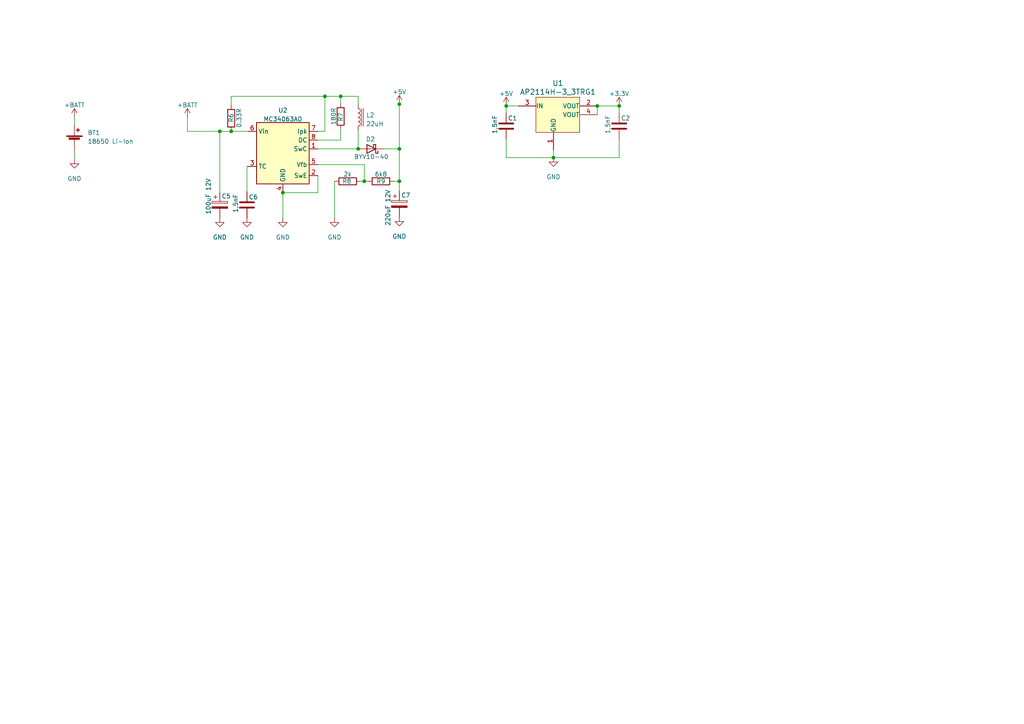
<source format=kicad_sch>
(kicad_sch (version 20230121) (generator eeschema)
  (paper "A4")
  (lib_symbols
    (symbol "BATTERY-18650_1" (pin_numbers hide) (pin_names (offset 1.016) hide)
      (property "Reference" "BT" (at 0 4.318 0))
      (property "Value" "BATTERY-18650" (at 0 -6.35 0))
      (property "Field4" "BATT-12327" (at 0 7.62 0))
      (symbol "BATTERY-18650_1_1_0"
        (polyline (pts (xy -2.54 0) (xy -1.524 0)))
        (polyline (pts (xy -1.27 3.81) (xy -1.27 -3.81)))
        (polyline (pts (xy 0 1.27) (xy 0 -1.27)))
        (polyline (pts (xy 1.27 3.81) (xy 1.27 -3.81)))
        (polyline (pts (xy 2.54 1.27) (xy 2.54 -1.27)))
      )
      (symbol "BATTERY-18650_1_1_1"
        (pin power_in line (at 5.08 0 180) (length 2.54) (name "-") (number "GND@"))
        (pin power_in line (at -5.08 0 0) (length 2.54) (name "+") (number "PWR@"))
      )
    )
    (symbol "DIODE-SHOTTKY_MBRA140_1" (pin_numbers hide) (pin_names (offset 1.27) hide)
      (property "Reference" "D" (at 2.54 0.4826 0))
      (property "Value" "DIODE-SHOTTKY_MBRA140" (at 2.54 -2.3114 0))
      (property "Field4" "DIO-08053" (at 0 3.81 0))
      (symbol "DIODE-SHOTTKY_MBRA140_1_1_0"
        (polyline (pts (xy -2.54 0) (xy -1.27 0)) (stroke (width 0.254)))
        (polyline (pts (xy -1.27 -1.27) (xy 1.27 0)) (stroke (width 0.254)))
        (polyline (pts (xy -1.27 0) (xy -1.27 -1.27)) (stroke (width 0.254)))
        (polyline (pts (xy -1.27 1.27) (xy -1.27 0)) (stroke (width 0.254)))
        (polyline (pts (xy 1.27 -1.27) (xy 0.762 -1.524)) (stroke (width 0.254)))
        (polyline (pts (xy 1.27 0) (xy -1.27 1.27)) (stroke (width 0.254)))
        (polyline (pts (xy 1.27 0) (xy 1.27 -1.27)) (stroke (width 0.254)))
        (polyline (pts (xy 1.27 1.27) (xy 1.27 0)) (stroke (width 0.254)))
        (polyline (pts (xy 1.27 1.27) (xy 1.778 1.524)) (stroke (width 0.254)))
        (polyline (pts (xy 2.54 0) (xy 1.27 0)) (stroke (width 0.254)))
      )
      (symbol "DIODE-SHOTTKY_MBRA140_1_1_1"
        (pin passive line (at -5.08 0 0) (length 2.54) (name "A") (number "A"))
        (pin passive line (at 5.08 0 180) (length 2.54) (name "C") (number "C"))
      )
    )
    (symbol "DIODE-SHOTTKY_MBRA140_2" (pin_numbers hide) (pin_names (offset 1.27) hide)
      (property "Reference" "D" (at 2.54 0.4826 0))
      (property "Value" "DIODE-SHOTTKY_MBRA140" (at 2.54 -2.3114 0))
      (property "Field4" "DIO-08053" (at 0 3.81 0))
      (symbol "DIODE-SHOTTKY_MBRA140_2_1_0"
        (polyline (pts (xy -2.54 0) (xy -1.27 0)) (stroke (width 0.254)))
        (polyline (pts (xy -1.27 -1.27) (xy 1.27 0)) (stroke (width 0.254)))
        (polyline (pts (xy -1.27 0) (xy -1.27 -1.27)) (stroke (width 0.254)))
        (polyline (pts (xy -1.27 1.27) (xy -1.27 0)) (stroke (width 0.254)))
        (polyline (pts (xy 1.27 -1.27) (xy 0.762 -1.524)) (stroke (width 0.254)))
        (polyline (pts (xy 1.27 0) (xy -1.27 1.27)) (stroke (width 0.254)))
        (polyline (pts (xy 1.27 0) (xy 1.27 -1.27)) (stroke (width 0.254)))
        (polyline (pts (xy 1.27 1.27) (xy 1.27 0)) (stroke (width 0.254)))
        (polyline (pts (xy 1.27 1.27) (xy 1.778 1.524)) (stroke (width 0.254)))
        (polyline (pts (xy 2.54 0) (xy 1.27 0)) (stroke (width 0.254)))
      )
      (symbol "DIODE-SHOTTKY_MBRA140_2_1_1"
        (pin passive line (at -5.08 0 0) (length 2.54) (name "A") (number "A"))
        (pin passive line (at 5.08 0 180) (length 2.54) (name "C") (number "C"))
      )
    )
    (symbol "Device:Battery_Cell" (pin_numbers hide) (pin_names (offset 0) hide)
      (property "Reference" "BT" (at 2.54 2.54 0))
      (property "Value" "Battery_Cell" (at 2.54 0 0))
      (symbol "Battery_Cell_0_1"
        (rectangle (start -2.286 1.778) (end 2.286 1.524) (fill (type outline)))
        (rectangle (start -1.5748 1.1938) (end 1.4732 0.6858) (fill (type outline)))
        (polyline (pts (xy 0 0.762) (xy 0 0)))
        (polyline (pts (xy 0 1.778) (xy 0 2.54)))
        (polyline (pts (xy 0.508 3.429) (xy 1.524 3.429)) (stroke (width 0.254)))
        (polyline (pts (xy 1.016 3.937) (xy 1.016 2.921)) (stroke (width 0.254)))
      )
      (symbol "Battery_Cell_1_1"
        (pin passive line (at 0 5.08 270) (length 2.54) (name "+") (number "1"))
        (pin passive line (at 0 -2.54 90) (length 2.54) (name "-") (number "2"))
      )
    )
    (symbol "Device:C" (pin_numbers hide) (pin_names (offset 0.254))
      (property "Reference" "C" (at 0.635 2.54 0))
      (property "Value" "C" (at 0.635 -2.54 0))
      (symbol "C_0_1"
        (polyline (pts (xy -2.032 -0.762) (xy 2.032 -0.762)) (stroke (width 0.508)))
        (polyline (pts (xy -2.032 0.762) (xy 2.032 0.762)) (stroke (width 0.508)))
      )
      (symbol "C_1_1"
        (pin passive line (at 0 3.81 270) (length 2.794) (name "~") (number "1"))
        (pin passive line (at 0 -3.81 90) (length 2.794) (name "~") (number "2"))
      )
    )
    (symbol "Device:C_Polarized" (pin_numbers hide) (pin_names (offset 0.254))
      (property "Reference" "C" (at 0.635 2.54 0))
      (property "Value" "C_Polarized" (at 0.635 -2.54 0))
      (symbol "C_Polarized_0_1"
        (rectangle (start -2.286 0.508) (end 2.286 1.016))
        (polyline (pts (xy -1.778 2.286) (xy -0.762 2.286)))
        (polyline (pts (xy -1.27 2.794) (xy -1.27 1.778)))
        (rectangle (start 2.286 -0.508) (end -2.286 -1.016) (fill (type outline)))
      )
      (symbol "C_Polarized_1_1"
        (pin passive line (at 0 3.81 270) (length 2.794) (name "~") (number "1"))
        (pin passive line (at 0 -3.81 90) (length 2.794) (name "~") (number "2"))
      )
    )
    (symbol "Device:L_Iron" (pin_numbers hide) (pin_names (offset 1.016) hide)
      (property "Reference" "L" (at -1.27 0 90))
      (property "Value" "L_Iron" (at 2.794 0 90))
      (symbol "L_Iron_0_1"
        (arc (start 0 -2.54) (mid 0.6323 -1.905) (end 0 -1.27))
        (arc (start 0 -1.27) (mid 0.6323 -0.635) (end 0 0))
        (polyline (pts (xy 1.016 2.54) (xy 1.016 -2.54)))
        (polyline (pts (xy 1.524 -2.54) (xy 1.524 2.54)))
        (arc (start 0 0) (mid 0.6323 0.635) (end 0 1.27))
        (arc (start 0 1.27) (mid 0.6323 1.905) (end 0 2.54))
      )
      (symbol "L_Iron_1_1"
        (pin passive line (at 0 3.81 270) (length 1.27) (name "1") (number "1"))
        (pin passive line (at 0 -3.81 90) (length 1.27) (name "2") (number "2"))
      )
    )
    (symbol "Device:R" (pin_numbers hide) (pin_names (offset 0))
      (property "Reference" "R" (at 2.032 0 90))
      (property "Value" "R" (at 0 0 90))
      (symbol "R_0_1"
        (rectangle (start -1.016 -2.54) (end 1.016 2.54) (stroke (width 0.254)))
      )
      (symbol "R_1_1"
        (pin passive line (at 0 3.81 270) (length 1.27) (name "~") (number "1"))
        (pin passive line (at 0 -3.81 90) (length 1.27) (name "~") (number "2"))
      )
    )
    (symbol "Diode:C3D1P7060Q" (pin_numbers hide) (pin_names (offset 1.016) hide)
      (property "Reference" "D" (at 0 2.54 0))
      (property "Value" "C3D1P7060Q" (at 0 -2.54 0))
      (symbol "C3D1P7060Q_0_1"
        (polyline (pts (xy 1.27 0) (xy -1.27 0)))
        (polyline (pts (xy 1.27 1.27) (xy 1.27 -1.27) (xy -1.27 0) (xy 1.27 1.27)) (stroke (width 0.254)))
        (polyline (pts (xy -1.905 0.635) (xy -1.905 1.27) (xy -1.27 1.27) (xy -1.27 -1.27) (xy -0.635 -1.27) (xy -0.635 -0.635)) (stroke (width 0.254)))
      )
      (symbol "C3D1P7060Q_1_1"
        (pin passive line (at -3.81 0 0) (length 2.54) (name "K") (number "1"))
        (pin passive line (at 3.81 0 180) (length 2.54) (name "A") (number "2"))
      )
    )
    (symbol "Regulator_Switching:MC34063AD"
      (property "Reference" "U1" (at 0 11.684 0))
      (property "Value" "MC34063AD" (at 0 9.144 0))
      (symbol "MC34063AD_0_1"
        (rectangle (start -7.62 7.62) (end 7.62 -10.16) (stroke (width 0.254)) (fill (type background)))
      )
      (symbol "MC34063AD_1_1"
        (pin open_collector line (at 10.16 0 180) (length 2.54) (name "SwC") (number "1"))
        (pin open_emitter line (at 10.16 -7.747 180) (length 2.54) (name "SwE") (number "2"))
        (pin passive line (at -10.16 -5.08 0) (length 2.54) (name "TC") (number "3"))
        (pin power_in line (at 0 -12.7 90) (length 2.54) (name "GND") (number "4"))
        (pin input line (at 10.16 -4.572 180) (length 2.54) (name "Vfb") (number "5"))
        (pin power_in line (at -10.16 5.08 0) (length 2.54) (name "Vin") (number "6"))
        (pin input line (at 10.16 5.08 180) (length 2.54) (name "Ipk") (number "7"))
        (pin open_collector line (at 10.16 2.54 180) (length 2.54) (name "DC") (number "8"))
      )
    )
    (symbol "SparkFun-Batteries:BATTERY-18650" (pin_numbers hide) (pin_names (offset 1.016) hide)
      (property "Reference" "BT" (at 0 4.318 0))
      (property "Value" "BATTERY-18650" (at 0 -6.35 0))
      (property "Field4" "BATT-12327" (at 0 7.62 0))
      (symbol "BATTERY-18650_1_0"
        (polyline (pts (xy -2.54 0) (xy -1.524 0)))
        (polyline (pts (xy -1.27 3.81) (xy -1.27 -3.81)))
        (polyline (pts (xy 0 1.27) (xy 0 -1.27)))
        (polyline (pts (xy 1.27 3.81) (xy 1.27 -3.81)))
        (polyline (pts (xy 2.54 1.27) (xy 2.54 -1.27)))
      )
      (symbol "BATTERY-18650_1_1"
        (pin power_in line (at 5.08 0 180) (length 2.54) (name "-") (number "GND@"))
        (pin power_in line (at -5.08 0 0) (length 2.54) (name "+") (number "PWR@"))
      )
    )
    (symbol "SparkFun-DiscreteSemi:DIODE-SHOTTKY_MBRA140" (pin_numbers hide) (pin_names (offset 1.27) hide)
      (property "Reference" "D" (at 2.54 0.4826 0))
      (property "Value" "DIODE-SHOTTKY_MBRA140" (at 2.54 -2.3114 0))
      (property "Field4" "DIO-08053" (at 0 3.81 0))
      (symbol "DIODE-SHOTTKY_MBRA140_1_0"
        (polyline (pts (xy -2.54 0) (xy -1.27 0)) (stroke (width 0.254)))
        (polyline (pts (xy -1.27 -1.27) (xy 1.27 0)) (stroke (width 0.254)))
        (polyline (pts (xy -1.27 0) (xy -1.27 -1.27)) (stroke (width 0.254)))
        (polyline (pts (xy -1.27 1.27) (xy -1.27 0)) (stroke (width 0.254)))
        (polyline (pts (xy 1.27 -1.27) (xy 0.762 -1.524)) (stroke (width 0.254)))
        (polyline (pts (xy 1.27 0) (xy -1.27 1.27)) (stroke (width 0.254)))
        (polyline (pts (xy 1.27 0) (xy 1.27 -1.27)) (stroke (width 0.254)))
        (polyline (pts (xy 1.27 1.27) (xy 1.27 0)) (stroke (width 0.254)))
        (polyline (pts (xy 1.27 1.27) (xy 1.778 1.524)) (stroke (width 0.254)))
        (polyline (pts (xy 2.54 0) (xy 1.27 0)) (stroke (width 0.254)))
      )
      (symbol "DIODE-SHOTTKY_MBRA140_1_1"
        (pin passive line (at -5.08 0 0) (length 2.54) (name "A") (number "A"))
        (pin passive line (at 5.08 0 180) (length 2.54) (name "C") (number "C"))
      )
    )
    (symbol "SparkFun-IC-Power:MC34063SMD" (pin_names (offset 1.016) hide)
      (property "Reference" "U" (at -7.62 8.89 0))
      (property "Value" "MC34063SMD" (at -7.62 -7.62 0))
      (property "Field4" "XXX-00000" (at 0 11.43 0))
      (symbol "MC34063SMD_1_1"
        (polyline (pts (xy -7.62 -5.08) (xy 7.62 -5.08) (xy 7.62 7.62) (xy -7.62 7.62) (xy -7.62 -5.08)) (fill (type background)))
        (pin bidirectional line (at -10.16 5.08 0) (length 2.54) (name "SWC") (number "1"))
        (pin bidirectional line (at -10.16 2.54 0) (length 2.54) (name "SWE") (number "2"))
        (pin bidirectional line (at -10.16 0 0) (length 2.54) (name "TC") (number "3"))
        (pin bidirectional line (at -10.16 -2.54 0) (length 2.54) (name "GND") (number "4"))
        (pin bidirectional line (at 10.16 -2.54 180) (length 2.54) (name "COMP") (number "5"))
        (pin bidirectional line (at 10.16 0 180) (length 2.54) (name "VCC") (number "6"))
        (pin bidirectional line (at 10.16 2.54 180) (length 2.54) (name "SEN") (number "7"))
        (pin bidirectional line (at 10.16 5.08 180) (length 2.54) (name "DVR") (number "8"))
      )
    )
    (symbol "SparkFun-IC-Power:V_REG_317SMD" (pin_numbers hide) (pin_names (offset 1.016) hide)
      (property "Reference" "U" (at -5.08 3.81 0))
      (property "Value" "V_REG_317SMD" (at 1.27 -7.62 0))
      (property "Field4" "XXX-00000" (at 0 7.62 0))
      (symbol "V_REG_317SMD_1_0"
        (text "ADJ" (at -0.2794 -3.7084 0) (effects (font (size 1.2192 1.2192))))
        (text "IN" (at -3.2766 -0.0254 0) (effects (font (size 1.2192 1.2192))))
        (text "OUT" (at 2.3876 -0.0254 0) (effects (font (size 1.2192 1.2192))))
      )
      (symbol "V_REG_317SMD_1_1"
        (polyline (pts (xy -5.08 -5.08) (xy 5.08 -5.08) (xy 5.08 2.54) (xy -5.08 2.54) (xy -5.08 -5.08)) (fill (type background)))
        (pin input line (at 0 -7.62 90) (length 2.54) (name "ADJ") (number "1"))
        (pin output line (at 7.62 0 180) (length 2.54) (name "OUT") (number "2"))
        (pin input line (at -7.62 0 0) (length 2.54) (name "IN") (number "3"))
      )
    )
    (symbol "SparkFun-PowerSymbols:3.3V" (power) (pin_numbers hide) (pin_names (offset 1.016) hide)
      (property "Value" "3.3V" (at -1.27 3.81 0))
      (property "Footprint" "XXX-00000" (at 0 7.62 0))
      (symbol "3.3V_1_0"
        (polyline (pts (xy 0 0) (xy 0 2.54)))
        (polyline (pts (xy 0 2.54) (xy -0.762 1.27)))
        (polyline (pts (xy 0.762 1.27) (xy 0 2.54)))
      )
      (symbol "3.3V_1_1"
        (pin power_in line (at 0 0 90) (length 0) hide (name "3.3V") (number "~"))
      )
    )
    (symbol "SparkFun-PowerSymbols:GND" (power) (pin_numbers hide) (pin_names (offset 1.016) hide)
      (property "Value" "GND" (at -1.778 -5.08 0))
      (symbol "GND_1_0"
        (polyline (pts (xy -1.905 -2.54) (xy 1.905 -2.54)))
        (polyline (pts (xy 0 0) (xy 0 -2.54)))
      )
      (symbol "GND_1_1"
        (pin power_in line (at 0 0 270) (length 0) hide (name "GND") (number "~"))
      )
    )
    (symbol "SparkFun-PowerSymbols:VCC" (power) (pin_numbers hide) (pin_names (offset 1.016) hide)
      (property "Value" "VCC" (at -1.27 3.81 0))
      (property "Footprint" "XXX-00000" (at 0 7.62 0))
      (symbol "VCC_1_0"
        (polyline (pts (xy 0 0) (xy 0 2.54)))
        (polyline (pts (xy 0 2.54) (xy -0.762 1.27)))
        (polyline (pts (xy 0.762 1.27) (xy 0 2.54)))
      )
      (symbol "VCC_1_1"
        (pin power_in line (at 0 0 90) (length 0) hide (name "VCC") (number "~"))
      )
    )
    (symbol "SparkFun-PowerSymbols:V_BATT" (power) (pin_numbers hide) (pin_names (offset 1.016) hide)
      (property "Value" "V_BATT" (at -2.54 3.81 0))
      (property "Footprint" "XXX-00000" (at 0 7.62 0))
      (symbol "V_BATT_1_0"
        (polyline (pts (xy 0 0) (xy 0 2.54)))
        (polyline (pts (xy 0 2.54) (xy -0.762 1.27)))
        (polyline (pts (xy 0.762 1.27) (xy 0 2.54)))
      )
      (symbol "V_BATT_1_1"
        (pin power_in line (at 0 0 90) (length 0) hide (name "V_BATT") (number "~"))
      )
    )
    (symbol "dk_PMIC-Voltage-Regulators-Linear:AP2114H-3_3TRG1" (pin_names (offset 0.0254))
      (property "Reference" "U" (at -6.35 3.81 0))
      (property "Value" "AP2114H-3_3TRG1" (at -7.62 6.35 0))
      (symbol "AP2114H-3_3TRG1_0_1"
        (rectangle (start -7.62 2.54) (end 5.08 -7.62) (fill (type background)))
      )
      (symbol "AP2114H-3_3TRG1_1_1"
        (pin power_in line (at -2.54 -12.7 90) (length 5.08) (name "GND") (number "1"))
        (pin output line (at 10.16 0 180) (length 5.08) (name "VOUT") (number "2"))
        (pin input line (at -12.7 0 0) (length 5.08) (name "IN") (number "3"))
        (pin power_out line (at 10.16 -2.54 180) (length 5.08) (name "VOUT") (number "4"))
      )
    )
    (symbol "power:+3.3V" (power) (pin_names (offset 0))
      (property "Value" "+3.3V" (at 0 3.556 0))
      (symbol "+3.3V_0_1"
        (polyline (pts (xy -0.762 1.27) (xy 0 2.54)))
        (polyline (pts (xy 0 0) (xy 0 2.54)))
        (polyline (pts (xy 0 2.54) (xy 0.762 1.27)))
      )
      (symbol "+3.3V_1_1"
        (pin power_in line (at 0 0 90) (length 0) hide (name "+3.3V") (number "1"))
      )
    )
    (symbol "power:+5V" (power) (pin_names (offset 0))
      (property "Value" "+5V" (at 0 3.556 0))
      (symbol "+5V_0_1"
        (polyline (pts (xy -0.762 1.27) (xy 0 2.54)))
        (polyline (pts (xy 0 0) (xy 0 2.54)))
        (polyline (pts (xy 0 2.54) (xy 0.762 1.27)))
      )
      (symbol "+5V_1_1"
        (pin power_in line (at 0 0 90) (length 0) hide (name "+5V") (number "1"))
      )
    )
    (symbol "power:+BATT" (power) (pin_names (offset 0))
      (property "Value" "+BATT" (at 0 3.556 0))
      (symbol "+BATT_0_1"
        (polyline (pts (xy -0.762 1.27) (xy 0 2.54)))
        (polyline (pts (xy 0 0) (xy 0 2.54)))
        (polyline (pts (xy 0 2.54) (xy 0.762 1.27)))
      )
      (symbol "+BATT_1_1"
        (pin power_in line (at 0 0 90) (length 0) hide (name "+BATT") (number "1"))
      )
    )
    (symbol "power:GND" (power) (pin_names (offset 0))
      (property "Value" "GND" (at 0 -3.81 0))
      (symbol "GND_0_1"
        (polyline (pts (xy 0 0) (xy 0 -1.27) (xy 1.27 -1.27) (xy 0 -2.54) (xy -1.27 -1.27) (xy 0 -1.27)))
      )
      (symbol "GND_1_1"
        (pin power_in line (at 0 0 270) (length 0) hide (name "GND") (number "1"))
      )
    )
  )
  (junction (at 146.812 30.734))
  (junction (at 115.824 30.226))
  (junction (at 63.754 38.1))
  (junction (at 179.578 30.734))
  (junction (at 173.228 30.734))
  (junction (at 82.042 55.88))
  (junction (at 160.528 45.72))
  (junction (at 67.056 38.1))
  (junction (at 115.824 43.18))
  (junction (at 103.886 43.18))
  (junction (at 98.806 27.94))
  (junction (at 94.234 27.94))
  (junction (at 115.824 52.578))
  (junction (at 105.664 52.578))
  (wire (pts (xy 146.812 30.734) (xy 146.812 32.766)))
  (wire (pts (xy 82.042 55.88) (xy 82.042 63.246)))
  (wire (pts (xy 54.356 34.036) (xy 54.356 38.1)))
  (wire (pts (xy 103.886 27.94) (xy 103.886 30.226)))
  (wire (pts (xy 105.664 47.752) (xy 105.664 52.578)))
  (wire (pts (xy 92.202 47.752) (xy 105.664 47.752)))
  (wire (pts (xy 98.806 27.94) (xy 103.886 27.94)))
  (wire (pts (xy 92.202 43.18) (xy 103.886 43.18)))
  (wire (pts (xy 115.824 30.226) (xy 115.824 43.18)))
  (wire (pts (xy 94.234 38.1) (xy 92.202 38.1)))
  (wire (pts (xy 103.886 37.846) (xy 103.886 43.18)))
  (wire (pts (xy 146.812 45.72) (xy 146.812 40.386)))
  (wire (pts (xy 160.528 45.72) (xy 160.528 43.434)))
  (wire (pts (xy 115.824 29.972) (xy 115.824 30.226)))
  (wire (pts (xy 179.578 30.734) (xy 179.578 32.766)))
  (wire (pts (xy 67.056 38.1) (xy 71.882 38.1)))
  (wire (pts (xy 114.3 52.578) (xy 115.824 52.578)))
  (wire (pts (xy 146.812 45.72) (xy 160.528 45.72)))
  (wire (pts (xy 179.578 45.72) (xy 160.528 45.72)))
  (wire (pts (xy 94.234 27.94) (xy 94.234 38.1)))
  (wire (pts (xy 54.356 38.1) (xy 63.754 38.1)))
  (wire (pts (xy 21.59 43.688) (xy 21.59 46.228)))
  (wire (pts (xy 98.806 37.592) (xy 98.806 40.64)))
  (wire (pts (xy 150.368 30.734) (xy 146.812 30.734)))
  (wire (pts (xy 105.664 52.578) (xy 106.68 52.578)))
  (wire (pts (xy 92.202 55.88) (xy 82.042 55.88)))
  (wire (pts (xy 21.59 34.036) (xy 21.59 36.068)))
  (wire (pts (xy 173.228 30.734) (xy 173.228 33.274)))
  (wire (pts (xy 97.028 52.578) (xy 97.028 63.246)))
  (wire (pts (xy 92.202 50.927) (xy 92.202 55.88)))
  (wire (pts (xy 98.806 27.94) (xy 98.806 29.972)))
  (wire (pts (xy 104.648 52.578) (xy 105.664 52.578)))
  (wire (pts (xy 71.628 48.26) (xy 71.882 48.26)))
  (wire (pts (xy 173.228 30.734) (xy 179.578 30.734)))
  (wire (pts (xy 67.056 27.94) (xy 94.234 27.94)))
  (wire (pts (xy 63.754 38.1) (xy 67.056 38.1)))
  (wire (pts (xy 67.056 27.94) (xy 67.056 30.48)))
  (wire (pts (xy 115.824 43.18) (xy 115.824 52.578)))
  (wire (pts (xy 115.824 52.578) (xy 115.824 55.372)))
  (wire (pts (xy 179.578 40.386) (xy 179.578 45.72)))
  (wire (pts (xy 98.806 40.64) (xy 92.202 40.64)))
  (wire (pts (xy 111.506 43.18) (xy 115.824 43.18)))
  (wire (pts (xy 71.628 55.626) (xy 71.628 48.26)))
  (wire (pts (xy 94.234 27.94) (xy 98.806 27.94)))
  (wire (pts (xy 63.754 38.1) (xy 63.754 55.626)))
  (symbol (lib_id "power:GND") (at 63.754 63.246 0) (unit 1)
    (property "Reference" "#PWR06" (effects hide))
    (property "Value" "GND" (at 63.754 68.834 0))
  )
  (symbol (lib_id "Device:Battery_Cell") (at 21.59 41.148 0) (unit 1)
    (property "Reference" "BT1" (at 25.4 38.481 0) (effects (justify left)))
    (property "Value" "18650 Li-Ion" (at 25.4 41.021 0) (effects (justify left)))
  )
  (symbol (lib_id "power:+5V") (at 146.812 30.734 0) (unit 1)
    (property "Reference" "#PWR012" (effects hide))
    (property "Value" "+5V" (at 146.812 27.178 0))
  )
  (symbol (lib_id "dk_PMIC-Voltage-Regulators-Linear:AP2114H-3_3TRG1") (at 163.068 30.734 0) (unit 1)
    (property "Reference" "U1" (at 161.798 24.13 0) (effects (font (size 1.524 1.524))))
    (property "Value" "AP2114H-3_3TRG1" (at 161.798 26.67 0) (effects (font (size 1.524 1.524))))
    (property "Footprint" "digikey-footprints:SOT-223" (effects hide))
    (property "Datasheet" "https://www.diodes.com/assets/Datasheets/AP2114.pdf" (effects hide))
    (property "Digi-Key_PN" "AP2114H-3.3TRG1DICT-ND" (effects hide))
    (property "MPN" "AP2114H-3.3TRG1" (effects hide))
    (property "Category" "Integrated Circuits (ICs)" (effects hide))
    (property "Family" "PMIC - Voltage Regulators - Linear" (effects hide))
    (property "DK_Datasheet_Link" "https://www.diodes.com/assets/Datasheets/AP2114.pdf" (effects hide))
    (property "DK_Detail_Page" "/product-detail/en/diodes-incorporated/AP2114H-3.3TRG1/AP2114H-3.3TRG1DICT-ND/4505142" (effects hide))
    (property "Description" "IC REG LINEAR 3.3V 1A SOT223" (effects hide))
    (property "Manufacturer" "Diodes Incorporated" (effects hide))
    (property "Status" "Active" (effects hide))
  )
  (symbol (lib_id "Device:R") (at 67.056 34.29 0) (unit 1)
    (property "Reference" "R6" (at 67.056 35.56 90) (effects (justify left)))
    (property "Value" "0.33R" (at 69.342 37.084 90) (effects (justify left)))
  )
  (symbol (lib_id "Device:L_Iron") (at 103.886 34.036 0) (unit 1)
    (property "Reference" "L2" (at 106.172 33.401 0) (effects (justify left)))
    (property "Value" "22uH" (at 106.172 35.941 0) (effects (justify left)))
  )
  (symbol (lib_id "power:+BATT") (at 21.59 34.036 0) (unit 1)
    (property "Reference" "#PWR01" (effects hide))
    (property "Value" "+BATT" (at 21.59 30.48 0))
  )
  (symbol (lib_id "Regulator_Switching:MC34063AD") (at 82.042 43.18 0) (unit 1)
    (property "Reference" "U2" (at 82.042 32.004 0))
    (property "Value" "MC34063AD" (at 82.042 34.544 0))
    (property "Footprint" "Package_SO:SOIC-8_3.9x4.9mm_P1.27mm" (effects hide))
    (property "Datasheet" "http://www.onsemi.com/pub_link/Collateral/MC34063A-D.PDF" (effects hide))
  )
  (symbol (lib_id "power:+5V") (at 115.824 30.226 0) (unit 1)
    (property "Reference" "#PWR011" (effects hide))
    (property "Value" "+5V" (at 115.824 26.67 0))
  )
  (symbol (lib_id "Device:C") (at 179.578 36.576 0) (unit 1)
    (property "Reference" "C2" (at 180.086 34.29 0) (effects (justify left)))
    (property "Value" "1,5nF" (at 176.276 38.862 90) (effects (justify left)))
  )
  (symbol (lib_id "Device:R") (at 110.49 52.578 90) (unit 1)
    (property "Reference" "R9" (at 110.49 52.578 90))
    (property "Value" "6k8" (at 110.49 50.546 90))
  )
  (symbol (lib_id "power:GND") (at 82.042 63.246 0) (unit 1)
    (property "Reference" "#PWR08" (effects hide))
    (property "Value" "GND" (at 82.042 68.834 0))
  )
  (symbol (lib_id "Device:C") (at 71.628 59.436 0) (unit 1)
    (property "Reference" "C6" (at 72.136 57.15 0) (effects (justify left)))
    (property "Value" "1,5nF" (at 68.326 61.722 90) (effects (justify left)))
  )
  (symbol (lib_id "power:+BATT") (at 54.356 34.036 0) (unit 1)
    (property "Reference" "#PWR03" (effects hide))
    (property "Value" "+BATT" (at 54.356 30.48 0))
  )
  (symbol (lib_id "power:GND") (at 115.824 62.992 0) (unit 1)
    (property "Reference" "#PWR010" (effects hide))
    (property "Value" "GND" (at 115.824 68.58 0))
  )
  (symbol (lib_id "Device:C_Polarized") (at 115.824 59.182 0) (unit 1)
    (property "Reference" "C7" (at 116.332 56.642 0) (effects (justify left)))
    (property "Value" "220uF 12V" (at 112.522 65.532 90) (effects (justify left)))
  )
  (symbol (lib_id "Diode:C3D1P7060Q") (at 107.696 43.18 180) (unit 1)
    (property "Reference" "D2" (at 107.442 40.386 0))
    (property "Value" "BYV10-40" (at 107.696 45.466 0))
    (property "Footprint" "Diode_SMD:D_QFN_3.3x3.3mm_P0.65mm" (effects hide))
    (property "Datasheet" "https://www.wolfspeed.com/media/downloads/846/C3D1P7060Q.pdf" (effects hide))
  )
  (symbol (lib_id "power:GND") (at 97.028 63.246 0) (unit 1)
    (property "Reference" "#PWR09" (effects hide))
    (property "Value" "GND" (at 97.028 68.834 0))
  )
  (symbol (lib_id "Device:C_Polarized") (at 63.754 59.436 0) (unit 1)
    (property "Reference" "C5" (at 64.262 56.896 0) (effects (justify left)))
    (property "Value" "100uF 12V" (at 60.452 62.23 90) (effects (justify left)))
  )
  (symbol (lib_id "power:GND") (at 160.528 45.72 0) (unit 1)
    (property "Reference" "#PWR05" (effects hide))
    (property "Value" "GND" (at 160.528 51.308 0))
  )
  (symbol (lib_id "Device:R") (at 100.838 52.578 90) (unit 1)
    (property "Reference" "R8" (at 100.584 52.578 90))
    (property "Value" "2k" (at 100.838 50.546 90))
  )
  (symbol (lib_id "Device:R") (at 98.806 33.782 180) (unit 1)
    (property "Reference" "R7" (at 98.806 35.306 90) (effects (justify right)))
    (property "Value" "180R" (at 96.774 36.322 90) (effects (justify right)))
  )
  (symbol (lib_id "Device:C") (at 146.812 36.576 0) (unit 1)
    (property "Reference" "C1" (at 147.32 34.29 0) (effects (justify left)))
    (property "Value" "1,5nF" (at 143.51 38.862 90) (effects (justify left)))
  )
  (symbol (lib_id "power:GND") (at 21.59 46.228 0) (unit 1)
    (property "Reference" "#PWR02" (effects hide))
    (property "Value" "GND" (at 21.59 51.816 0))
  )
  (symbol (lib_id "power:GND") (at 71.628 63.246 0) (unit 1)
    (property "Reference" "#PWR07" (effects hide))
    (property "Value" "GND" (at 71.628 68.834 0))
  )
  (symbol (lib_id "power:+3.3V") (at 179.578 30.734 0) (unit 1)
    (property "Reference" "#PWR04" (effects hide))
    (property "Value" "+3.3V" (at 179.578 27.178 0))
  )
)
</source>
